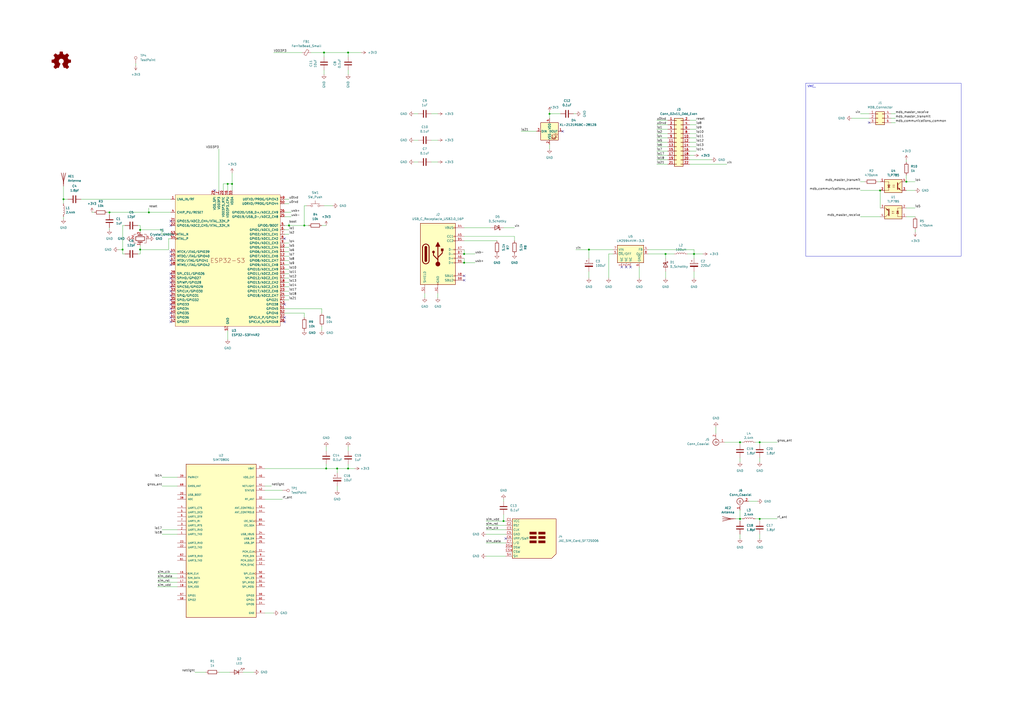
<source format=kicad_sch>
(kicad_sch (version 20250114) (generator "eeschema") (generator_version "9.0")
  (paper "A2")
  (text_box "VMC_" (at 467.36 48.26 0) (size 90.17 100.33) (margins 0.9525 0.9525 0.9525 0.9525) (effects (font (size 1.27 1.27)) (justify left top)))
  (junction (at 189.23 271.78))
  (junction (at 167.64 130.81))
  (junction (at 429.26 300.99))
  (junction (at 176.53 130.81))
  (junction (at 386.08 147.32))
  (junction (at 86.36 123.19))
  (junction (at 269.24 152.4))
  (junction (at 81.28 144.78))
  (junction (at 440.69 256.54))
  (junction (at 429.26 256.54))
  (junction (at 81.28 133.35))
  (junction (at 134.62 106.68))
  (junction (at 510.54 110.49))
  (junction (at 292.1 302.26))
  (junction (at 71.12 144.78))
  (junction (at 341.63 144.78))
  (junction (at 269.24 147.32))
  (junction (at 440.69 300.99))
  (junction (at 201.93 30.48))
  (junction (at 63.5 123.19))
  (junction (at 36.83 115.57))
  (junction (at 195.58 271.78))
  (junction (at 187.96 30.48))
  (junction (at 201.93 271.78))
  (junction (at 402.59 147.32))
  (junction (at 132.08 106.68))
  (junction (at 318.77 66.04))
  (junction (at 525.78 105.41))
  (no_connect (at 269.24 160.02))
  (no_connect (at 99.06 176.53))
  (no_connect (at 504.19 71.12))
  (no_connect (at 269.24 162.56))
  (no_connect (at 99.06 158.75))
  (no_connect (at 99.06 179.07))
  (no_connect (at 365.76 154.94))
  (no_connect (at 99.06 151.13))
  (no_connect (at 99.06 166.37))
  (no_connect (at 99.06 130.81))
  (no_connect (at 326.39 76.2))
  (no_connect (at 99.06 186.69))
  (no_connect (at 99.06 163.83))
  (no_connect (at 99.06 171.45))
  (no_connect (at 124.46 110.49))
  (no_connect (at 99.06 148.59))
  (no_connect (at 99.06 153.67))
  (no_connect (at 99.06 128.27))
  (no_connect (at 99.06 184.15))
  (no_connect (at 99.06 173.99))
  (no_connect (at 165.1 176.53))
  (no_connect (at 360.68 154.94))
  (no_connect (at 293.37 312.42))
  (no_connect (at 165.1 186.69))
  (no_connect (at 99.06 168.91))
  (no_connect (at 363.22 154.94))
  (no_connect (at 165.1 138.43))
  (no_connect (at 99.06 181.61))
  (no_connect (at 99.06 161.29))
  (no_connect (at 99.06 146.05))
  (no_connect (at 165.1 184.15))
  (wire (pts (xy 177.8 119.38) (xy 176.53 119.38)))
  (wire (pts (xy 499.11 110.49) (xy 510.54 110.49)))
  (wire (pts (xy 102.87 335.28) (xy 91.44 335.28)))
  (wire (pts (xy 189.23 271.78) (xy 195.58 271.78)))
  (wire (pts (xy 201.93 269.24) (xy 201.93 271.78)))
  (wire (pts (xy 400.05 90.17) (xy 402.59 90.17)))
  (wire (pts (xy 318.77 64.77) (xy 318.77 66.04)))
  (wire (pts (xy 165.1 179.07) (xy 186.69 179.07)))
  (wire (pts (xy 499.11 105.41) (xy 501.65 105.41)))
  (wire (pts (xy 254 66.04) (xy 250.19 66.04)))
  (wire (pts (xy 254 172.72) (xy 254 170.18)))
  (wire (pts (xy 292.1 289.56) (xy 292.1 290.83)))
  (wire (pts (xy 525.78 110.49) (xy 530.86 110.49)))
  (wire (pts (xy 430.53 256.54) (xy 429.26 256.54)))
  (wire (pts (xy 516.89 71.12) (xy 519.43 71.12)))
  (wire (pts (xy 402.59 149.86) (xy 402.59 147.32)))
  (wire (pts (xy 353.06 147.32) (xy 355.6 147.32)))
  (wire (pts (xy 99.06 135.89) (xy 93.98 135.89)))
  (wire (pts (xy 71.12 147.32) (xy 72.39 147.32)))
  (wire (pts (xy 334.01 66.04) (xy 332.74 66.04)))
  (wire (pts (xy 325.12 66.04) (xy 318.77 66.04)))
  (wire (pts (xy 403.86 77.47) (xy 400.05 77.47)))
  (wire (pts (xy 381 95.25) (xy 387.35 95.25)))
  (wire (pts (xy 415.29 247.65) (xy 415.29 251.46)))
  (wire (pts (xy 269.24 137.16) (xy 298.45 137.16)))
  (wire (pts (xy 402.59 161.29) (xy 402.59 157.48)))
  (wire (pts (xy 530.86 133.35) (xy 530.86 134.62)))
  (wire (pts (xy 438.15 300.99) (xy 440.69 300.99)))
  (wire (pts (xy 36.83 115.57) (xy 39.37 115.57)))
  (wire (pts (xy 341.63 144.78) (xy 355.6 144.78)))
  (wire (pts (xy 195.58 271.78) (xy 201.93 271.78)))
  (wire (pts (xy 165.1 146.05) (xy 167.64 146.05)))
  (wire (pts (xy 80.01 147.32) (xy 81.28 147.32)))
  (wire (pts (xy 403.86 85.09) (xy 400.05 85.09)))
  (wire (pts (xy 165.1 173.99) (xy 167.64 173.99)))
  (wire (pts (xy 318.77 86.36) (xy 318.77 83.82)))
  (wire (pts (xy 113.03 389.89) (xy 119.38 389.89)))
  (wire (pts (xy 63.5 124.46) (xy 63.5 123.19)))
  (wire (pts (xy 293.37 307.34) (xy 281.94 307.34)))
  (wire (pts (xy 302.26 76.2) (xy 311.15 76.2)))
  (wire (pts (xy 189.23 269.24) (xy 189.23 271.78)))
  (wire (pts (xy 80.01 130.81) (xy 81.28 130.81)))
  (wire (pts (xy 201.93 30.48) (xy 201.93 33.02)))
  (wire (pts (xy 403.86 72.39) (xy 400.05 72.39)))
  (wire (pts (xy 158.75 30.48) (xy 175.26 30.48)))
  (wire (pts (xy 86.36 123.19) (xy 99.06 123.19)))
  (wire (pts (xy 440.69 302.26) (xy 440.69 300.99)))
  (wire (pts (xy 165.1 123.19) (xy 168.91 123.19)))
  (wire (pts (xy 334.01 144.78) (xy 341.63 144.78)))
  (wire (pts (xy 157.48 281.94) (xy 153.67 281.94)))
  (wire (pts (xy 97.79 144.78) (xy 97.79 138.43)))
  (wire (pts (xy 127 86.36) (xy 127 110.49)))
  (wire (pts (xy 62.23 123.19) (xy 63.5 123.19)))
  (wire (pts (xy 440.69 300.99) (xy 450.85 300.99)))
  (wire (pts (xy 165.1 163.83) (xy 167.64 163.83)))
  (wire (pts (xy 165.1 135.89) (xy 167.64 135.89)))
  (wire (pts (xy 381 87.63) (xy 387.35 87.63)))
  (wire (pts (xy 165.1 130.81) (xy 167.64 130.81)))
  (wire (pts (xy 167.64 129.54) (xy 167.64 130.81)))
  (wire (pts (xy 71.12 144.78) (xy 71.12 147.32)))
  (wire (pts (xy 165.1 181.61) (xy 176.53 181.61)))
  (wire (pts (xy 402.59 147.32) (xy 398.78 147.32)))
  (wire (pts (xy 391.16 147.32) (xy 386.08 147.32)))
  (wire (pts (xy 81.28 147.32) (xy 81.28 144.78)))
  (wire (pts (xy 176.53 119.38) (xy 176.53 130.81)))
  (wire (pts (xy 187.96 43.18) (xy 187.96 40.64)))
  (wire (pts (xy 412.75 92.71) (xy 400.05 92.71)))
  (wire (pts (xy 201.93 30.48) (xy 187.96 30.48)))
  (wire (pts (xy 63.5 123.19) (xy 86.36 123.19)))
  (wire (pts (xy 318.77 66.04) (xy 318.77 68.58)))
  (wire (pts (xy 403.86 80.01) (xy 400.05 80.01)))
  (wire (pts (xy 36.83 115.57) (xy 36.83 118.11)))
  (wire (pts (xy 246.38 170.18) (xy 246.38 172.72)))
  (wire (pts (xy 403.86 87.63) (xy 400.05 87.63)))
  (wire (pts (xy 132.08 191.77) (xy 132.08 196.85)))
  (wire (pts (xy 381 80.01) (xy 387.35 80.01)))
  (wire (pts (xy 165.1 166.37) (xy 167.64 166.37)))
  (wire (pts (xy 132.08 110.49) (xy 132.08 106.68)))
  (wire (pts (xy 176.53 184.15) (xy 176.53 181.61)))
  (wire (pts (xy 240.03 81.28) (xy 242.57 81.28)))
  (wire (pts (xy 165.1 153.67) (xy 167.64 153.67)))
  (wire (pts (xy 429.26 300.99) (xy 429.26 302.26)))
  (wire (pts (xy 254 81.28) (xy 250.19 81.28)))
  (wire (pts (xy 187.96 30.48) (xy 187.96 33.02)))
  (wire (pts (xy 93.98 135.89) (xy 93.98 133.35)))
  (wire (pts (xy 341.63 149.86) (xy 341.63 144.78)))
  (wire (pts (xy 341.63 161.29) (xy 341.63 157.48)))
  (wire (pts (xy 438.15 256.54) (xy 440.69 256.54)))
  (wire (pts (xy 381 90.17) (xy 387.35 90.17)))
  (wire (pts (xy 36.83 125.73) (xy 36.83 127)))
  (wire (pts (xy 54.61 123.19) (xy 53.34 123.19)))
  (wire (pts (xy 153.67 271.78) (xy 189.23 271.78)))
  (wire (pts (xy 36.83 107.95) (xy 36.83 115.57)))
  (wire (pts (xy 81.28 133.35) (xy 93.98 133.35)))
  (wire (pts (xy 163.83 289.56) (xy 153.67 289.56)))
  (wire (pts (xy 440.69 267.97) (xy 440.69 265.43)))
  (wire (pts (xy 525.78 105.41) (xy 530.86 105.41)))
  (wire (pts (xy 129.54 110.49) (xy 129.54 106.68)))
  (wire (pts (xy 165.1 140.97) (xy 167.64 140.97)))
  (wire (pts (xy 386.08 157.48) (xy 386.08 161.29)))
  (wire (pts (xy 381 85.09) (xy 387.35 85.09)))
  (wire (pts (xy 195.58 284.48) (xy 195.58 281.94)))
  (wire (pts (xy 426.72 300.99) (xy 429.26 300.99)))
  (wire (pts (xy 402.59 144.78) (xy 402.59 147.32)))
  (wire (pts (xy 386.08 149.86) (xy 386.08 147.32)))
  (wire (pts (xy 430.53 300.99) (xy 429.26 300.99)))
  (wire (pts (xy 186.69 189.23) (xy 186.69 191.77)))
  (wire (pts (xy 381 72.39) (xy 387.35 72.39)))
  (wire (pts (xy 63.5 133.35) (xy 63.5 132.08)))
  (wire (pts (xy 254 93.98) (xy 250.19 93.98)))
  (wire (pts (xy 403.86 69.85) (xy 400.05 69.85)))
  (wire (pts (xy 240.03 93.98) (xy 242.57 93.98)))
  (wire (pts (xy 375.92 144.78) (xy 402.59 144.78)))
  (wire (pts (xy 186.69 130.81) (xy 189.23 130.81)))
  (wire (pts (xy 71.12 130.81) (xy 71.12 144.78)))
  (wire (pts (xy 292.1 298.45) (xy 292.1 302.26)))
  (wire (pts (xy 353.06 161.29) (xy 353.06 147.32)))
  (wire (pts (xy 134.62 100.33) (xy 134.62 106.68)))
  (wire (pts (xy 381 77.47) (xy 387.35 77.47)))
  (wire (pts (xy 187.96 119.38) (xy 193.04 119.38)))
  (wire (pts (xy 134.62 106.68) (xy 134.62 110.49)))
  (wire (pts (xy 165.1 168.91) (xy 167.64 168.91)))
  (wire (pts (xy 167.64 158.75) (xy 165.1 158.75)))
  (wire (pts (xy 381 82.55) (xy 387.35 82.55)))
  (wire (pts (xy 201.93 259.08) (xy 201.93 261.62)))
  (wire (pts (xy 370.84 161.29) (xy 370.84 154.94)))
  (wire (pts (xy 293.37 309.88) (xy 281.94 309.88)))
  (wire (pts (xy 429.26 267.97) (xy 429.26 265.43)))
  (wire (pts (xy 407.67 147.32) (xy 402.59 147.32)))
  (wire (pts (xy 269.24 139.7) (xy 288.29 139.7)))
  (wire (pts (xy 179.07 130.81) (xy 176.53 130.81)))
  (wire (pts (xy 403.86 82.55) (xy 400.05 82.55)))
  (wire (pts (xy 516.89 68.58) (xy 519.43 68.58)))
  (wire (pts (xy 209.55 30.48) (xy 201.93 30.48)))
  (wire (pts (xy 81.28 134.62) (xy 81.28 133.35)))
  (wire (pts (xy 421.64 95.25) (xy 400.05 95.25)))
  (wire (pts (xy 403.86 74.93) (xy 400.05 74.93)))
  (wire (pts (xy 81.28 144.78) (xy 81.28 142.24)))
  (wire (pts (xy 439.42 290.83) (xy 434.34 290.83)))
  (wire (pts (xy 201.93 43.18) (xy 201.93 40.64)))
  (wire (pts (xy 167.64 130.81) (xy 176.53 130.81)))
  (wire (pts (xy 381 92.71) (xy 387.35 92.71)))
  (wire (pts (xy 269.24 149.86) (xy 269.24 152.4)))
  (wire (pts (xy 93.98 281.94) (xy 102.87 281.94)))
  (wire (pts (xy 165.1 133.35) (xy 167.64 133.35)))
  (wire (pts (xy 499.11 66.04) (xy 504.19 66.04)))
  (wire (pts (xy 163.83 284.48) (xy 153.67 284.48)))
  (wire (pts (xy 165.1 156.21) (xy 167.64 156.21)))
  (wire (pts (xy 429.26 295.91) (xy 429.26 300.99)))
  (wire (pts (xy 381 74.93) (xy 387.35 74.93)))
  (wire (pts (xy 281.94 322.58) (xy 293.37 322.58)))
  (wire (pts (xy 525.78 120.65) (xy 530.86 120.65)))
  (wire (pts (xy 292.1 302.26) (xy 281.94 302.26)))
  (wire (pts (xy 189.23 259.08) (xy 189.23 261.62)))
  (wire (pts (xy 269.24 147.32) (xy 275.59 147.32)))
  (wire (pts (xy 147.32 389.89) (xy 140.97 389.89)))
  (wire (pts (xy 165.1 171.45) (xy 167.64 171.45)))
  (wire (pts (xy 494.03 68.58) (xy 504.19 68.58)))
  (wire (pts (xy 293.37 304.8) (xy 281.94 304.8)))
  (wire (pts (xy 499.11 125.73) (xy 510.54 125.73)))
  (wire (pts (xy 440.69 257.81) (xy 440.69 256.54)))
  (wire (pts (xy 133.35 389.89) (xy 127 389.89)))
  (wire (pts (xy 429.26 312.42) (xy 429.26 309.88)))
  (wire (pts (xy 187.96 30.48) (xy 180.34 30.48)))
  (wire (pts (xy 91.44 332.74) (xy 102.87 332.74)))
  (wire (pts (xy 97.79 138.43) (xy 99.06 138.43)))
  (wire (pts (xy 292.1 132.08) (xy 298.45 132.08)))
  (wire (pts (xy 102.87 337.82) (xy 91.44 337.82)))
  (wire (pts (xy 102.87 340.36) (xy 91.44 340.36)))
  (wire (pts (xy 165.1 151.13) (xy 167.64 151.13)))
  (wire (pts (xy 509.27 105.41) (xy 510.54 105.41)))
  (wire (pts (xy 429.26 256.54) (xy 429.26 257.81)))
  (wire (pts (xy 440.69 256.54) (xy 450.85 256.54)))
  (wire (pts (xy 525.78 92.71) (xy 525.78 93.98)))
  (wire (pts (xy 71.12 130.81) (xy 72.39 130.81)))
  (wire (pts (xy 165.1 148.59) (xy 167.64 148.59)))
  (wire (pts (xy 420.37 256.54) (xy 429.26 256.54)))
  (wire (pts (xy 293.37 314.96) (xy 281.94 314.96)))
  (wire (pts (xy 165.1 115.57) (xy 167.64 115.57)))
  (wire (pts (xy 186.69 179.07) (xy 186.69 181.61)))
  (wire (pts (xy 93.98 276.86) (xy 102.87 276.86)))
  (wire (pts (xy 81.28 144.78) (xy 97.79 144.78)))
  (wire (pts (xy 386.08 147.32) (xy 375.92 147.32)))
  (wire (pts (xy 525.78 101.6) (xy 525.78 105.41)))
  (wire (pts (xy 165.1 161.29) (xy 167.64 161.29)))
  (wire (pts (xy 81.28 130.81) (xy 81.28 133.35)))
  (wire (pts (xy 129.54 106.68) (xy 132.08 106.68)))
  (wire (pts (xy 165.1 143.51) (xy 167.64 143.51)))
  (wire (pts (xy 440.69 312.42) (xy 440.69 309.88)))
  (wire (pts (xy 165.1 118.11) (xy 167.64 118.11)))
  (wire (pts (xy 516.89 66.04) (xy 519.43 66.04)))
  (wire (pts (xy 46.99 115.57) (xy 99.06 115.57)))
  (wire (pts (xy 78.74 38.1) (xy 78.74 36.83)))
  (wire (pts (xy 86.36 120.65) (xy 86.36 123.19)))
  (wire (pts (xy 93.98 307.34) (xy 102.87 307.34)))
  (wire (pts (xy 269.24 144.78) (xy 269.24 147.32)))
  (wire (pts (xy 293.37 302.26) (xy 292.1 302.26)))
  (wire (pts (xy 381 69.85) (xy 387.35 69.85)))
  (wire (pts (xy 510.54 110.49) (xy 510.54 120.65)))
  (wire (pts (xy 269.24 132.08) (xy 284.48 132.08)))
  (wire (pts (xy 240.03 66.04) (xy 242.57 66.04)))
  (wire (pts (xy 68.58 144.78) (xy 71.12 144.78)))
  (wire (pts (xy 269.24 152.4) (xy 275.59 152.4)))
  (wire (pts (xy 298.45 137.16) (xy 298.45 139.7)))
  (wire (pts (xy 201.93 271.78) (xy 205.74 271.78)))
  (wire (pts (xy 525.78 125.73) (xy 530.86 125.73)))
  (wire (pts (xy 195.58 274.32) (xy 195.58 271.78)))
  (wire (pts (xy 132.08 106.68) (xy 134.62 106.68)))
  (wire (pts (xy 93.98 309.88) (xy 102.87 309.88)))
  (wire (pts (xy 165.1 125.73) (xy 168.91 125.73)))
  (wire (pts (xy 158.75 355.6) (xy 153.67 355.6)))
  (label "u0txd" (at 167.64 115.57 0))
  (label "reset" (at 86.36 120.65 0))
  (label "io18" (at 381 92.71 0))
  (label "usb+" (at 168.91 123.19 0))
  (label "sim_vdd" (at 91.44 340.36 0))
  (label "vin" (at 334.01 144.78 0))
  (label "io14" (at 93.98 276.86 180))
  (label "vin" (at 298.45 132.08 0))
  (label "io1" (at 381 74.93 0))
  (label "io21" (at 302.26 76.2 0))
  (label "usb+" (at 275.59 152.4 0))
  (label "VDD3P3" (at 127 86.36 180))
  (label "reset" (at 403.86 69.85 0))
  (label "boot" (at 167.64 129.54 0))
  (label "sim_rst" (at 91.44 337.82 0))
  (label "io5" (at 381 82.55 0))
  (label "io7" (at 381 87.63 0))
  (label "io5" (at 530.86 120.65 0))
  (label "usb-" (at 168.91 125.73 0))
  (label "io9" (at 167.64 153.67 0))
  (label "sim_clk" (at 91.44 332.74 0))
  (label "io18" (at 93.98 309.88 180))
  (label "io2" (at 167.64 135.89 0))
  (label "io14" (at 403.86 87.63 0))
  (label "usb-" (at 275.59 147.32 0))
  (label "io17" (at 381 90.17 0))
  (label "io1" (at 167.64 133.35 0))
  (label "io12" (at 167.64 161.29 0))
  (label "mdb_master_receive" (at 499.11 125.73 180))
  (label "io17" (at 93.98 307.34 180))
  (label "io13" (at 167.64 163.83 0))
  (label "mdb_master_transmit" (at 499.11 105.41 180))
  (label "sim_rst" (at 281.94 304.8 0))
  (label "io14" (at 167.64 166.37 0))
  (label "io4" (at 381 80.01 0))
  (label "sim_clk" (at 281.94 307.34 0))
  (label "mdb_master_receive" (at 519.43 66.04 0))
  (label "mdb_communications_common" (at 519.43 71.12 0))
  (label "io12" (at 403.86 82.55 0))
  (label "io10" (at 167.64 156.21 0))
  (label "io6" (at 167.64 146.05 0))
  (label "u0rxd" (at 167.64 118.11 0))
  (label "gnss_ant" (at 93.98 281.94 180))
  (label "io8" (at 167.64 151.13 0))
  (label "io6" (at 381 85.09 0))
  (label "io2" (at 381 77.47 0))
  (label "io4" (at 167.64 140.97 0))
  (label "io11" (at 167.64 158.75 0))
  (label "sim_data" (at 91.44 335.28 0))
  (label "VDD3P3" (at 158.75 30.48 0))
  (label "io11" (at 403.86 80.01 0))
  (label "sim_data" (at 281.94 314.96 0))
  (label "io21" (at 167.64 173.99 0))
  (label "io4" (at 530.86 105.41 0))
  (label "io18" (at 167.64 171.45 0))
  (label "io7" (at 167.64 148.59 0))
  (label "io10" (at 403.86 77.47 0))
  (label "io5" (at 167.64 143.51 0))
  (label "mdb_master_transmit" (at 519.43 68.58 0))
  (label "io17" (at 167.64 168.91 0))
  (label "netlight" (at 113.03 389.89 180))
  (label "u0txd" (at 381 69.85 0))
  (label "io21" (at 381 95.25 0))
  (label "io9" (at 403.86 74.93 0))
  (label "u0rxd" (at 381 72.39 0))
  (label "io13" (at 403.86 85.09 0))
  (label "sim_vdd" (at 281.94 302.26 0))
  (label "vin" (at 499.11 66.04 180))
  (label "rf_ant" (at 163.83 289.56 0))
  (label "vin" (at 421.64 95.25 0))
  (label "rf_ant" (at 450.85 300.99 0))
  (label "mdb_communications_common" (at 499.11 110.49 180))
  (label "netlight" (at 157.48 281.94 0))
  (label "io8" (at 403.86 72.39 0))
  (label "gnss_ant" (at 450.85 256.54 0))
  (symbol (lib_id "power:GND") (at 439.42 290.83 90) (unit 1)
    (property "Reference" "#PWR056" (effects (hide yes)))
    (property "Value" "GND" (at 443.23 290.8299 90) (effects (justify right)))
  )
  (symbol (lib_id "power:GND") (at 132.08 196.85 0) (unit 1)
    (property "Reference" "#PWR026" (effects (hide yes)))
    (property "Value" "GND" (at 132.08 201.93 0))
  )
  (symbol (lib_id "power:+3V3") (at 525.78 92.71 0) (unit 1)
    (property "Reference" "#PWR012" (effects (hide yes)))
    (property "Value" "+3V3" (at 525.78 87.63 0))
  )
  (symbol (lib_id "power:+3V3") (at 402.59 90.17 270) (unit 1)
    (property "Reference" "#PWR030" (effects (hide yes)))
    (property "Value" "+3V3" (at 406.4 90.17 90) (effects (justify left)))
  )
  (symbol (lib_id "power:+3V3") (at 530.86 134.62 180) (unit 1)
    (property "Reference" "#PWR019" (effects (hide yes)))
    (property "Value" "+3V3" (at 530.86 139.7 0))
  )
  (symbol (lib_id "power:GND") (at 412.75 92.71 90) (unit 1)
    (property "Reference" "#PWR033" (effects (hide yes)))
    (property "Value" "GND" (at 416.56 92.71 90) (effects (justify right)))
  )
  (symbol (lib_id "Device:C") (at 201.93 36.83 180) (unit 1)
    (property "Reference" "C8" (at 194.31 36.83 90))
    (property "Value" "0.1uF" (at 196.85 36.83 90))
    (property "Footprint" "Capacitor_SMD:C_0603_1608Metric" (effects (hide yes)))
    (property "LCSC#" "C5137636" (effects (hide yes)))
  )
  (symbol (lib_id "power:+3V3") (at 318.77 64.77 0) (unit 1)
    (property "Reference" "#PWR035" (effects (hide yes)))
    (property "Value" "+3V3" (at 318.77 62.23 0) (effects (justify left)))
  )
  (symbol (lib_id "power:GND") (at 334.01 66.04 90) (unit 1)
    (property "Reference" "#PWR029" (effects (hide yes)))
    (property "Value" "GND" (at 339.09 66.04 0))
  )
  (symbol (lib_id "Isolator:TLP785") (at 518.16 107.95 0) (unit 1)
    (property "Reference" "U4" (at 518.16 99.06 0))
    (property "Value" "TLP785" (at 518.16 101.6 0))
    (property "Footprint" "Package_SO:SOP-4_3.8x4.1mm_P2.54mm" (effects (hide yes)))
    (property "Datasheet" "https://toshiba.semicon-storage.com/info/docget.jsp?did=10569&prodName=TLP785" (effects (hide yes)))
    (property "Description" "DC Optocoupler, Vce 80V, CTR 50-200%, DIP4" (effects (hide yes)))
    (property "LCSC#" "C128776" (effects (hide yes)))
  )
  (symbol (lib_id "Connector:JAE_SIM_Card_SF72S006") (at 293.37 312.42 0) (unit 1)
    (property "Reference" "J4" (at 323.85 311.1499 0) (effects (justify left)))
    (property "Value" "JAE_SIM_Card_SF72S006" (at 323.85 313.6899 0) (effects (justify left)))
    (property "Footprint" "Connector_JAE:JAE_SIM_Card_SF72S006" (effects (hide yes)))
    (property "Datasheet" "https://www.jae.com/direct/topics/topics_file_download/topics_id=68892&ext_no=06&index=0&_lang=en&v=202003111511468456809" (effects (hide yes)))
    (property "Description" "Nano-SIM Card (4FF) connector with Detect Switch" (effects (hide yes)))
    (property "LCSC#" "C2977286" (effects (hide yes)))
  )
  (symbol (lib_id "Graphic:Logo_Open_Hardware_Small") (at 35.56 35.56 0) (unit 1) (exclude_from_sim yes) (in_bom no) (on_board no)
    (property "Reference" "#SYM2" (effects (hide yes)))
    (property "Value" "Logo_Open_Hardware_Small" (effects (hide yes)))
    (property "Footprint" "Symbol:OSHW-Logo2_14.6x12mm_SilkScreen" (effects (hide yes)))
    (property "Description" "Open Hardware logo, small" (effects (hide yes)))
  )
  (symbol (lib_id "Device:L") (at 434.34 256.54 90) (unit 1)
    (property "Reference" "L4" (at 434.34 251.46 90))
    (property "Value" "2.4nh" (at 434.34 254 90))
    (property "Footprint" "Inductor_SMD:L_0603_1608Metric" (effects (hide yes)))
    (property "LCSC#" "C2042508" (effects (hide yes)))
  )
  (symbol (lib_id "Device:C") (at 189.23 265.43 180) (unit 1)
    (property "Reference" "C14" (at 193.04 264.1599 0) (effects (justify right)))
    (property "Value" "0.1uF" (at 193.04 266.6999 0) (effects (justify right)))
    (property "Footprint" "Capacitor_SMD:C_0603_1608Metric" (effects (hide yes)))
    (property "LCSC#" "C5137636" (effects (hide yes)))
  )
  (symbol (lib_id "Device:R") (at 530.86 129.54 180) (unit 1)
    (property "Reference" "R5" (at 533.4 128.2699 0) (effects (justify right)))
    (property "Value" "470ohm" (at 533.4 130.8099 0) (effects (justify right)))
    (property "Footprint" "Resistor_SMD:R_0603_1608Metric" (effects (hide yes)))
    (property "Description" "Resistor" (effects (hide yes)))
    (property "LCSC#" "C114669" (effects (hide yes)))
  )
  (symbol (lib_id "power:+3V3") (at 254 81.28 270) (unit 1)
    (property "Reference" "#PWR039" (effects (hide yes)))
    (property "Value" "+3V3" (at 257.81 81.2799 90) (effects (justify left)))
  )
  (symbol (lib_id "power:GND") (at 86.36 138.43 90) (unit 1)
    (property "Reference" "#PWR05" (effects (hide yes)))
    (property "Value" "GND" (at 90.17 138.4299 90) (effects (justify right)))
  )
  (symbol (lib_id "power:GND") (at 370.84 161.29 0) (unit 1)
    (property "Reference" "#PWR08" (effects (hide yes)))
    (property "Value" "GND" (at 370.84 166.37 0))
  )
  (symbol (lib_id "Switch:SW_Push") (at 182.88 119.38 0) (unit 1)
    (property "Reference" "SW1" (at 182.88 111.76 0))
    (property "Value" "SW_Push" (at 182.88 114.3 0))
    (property "Footprint" "Button_Switch_SMD:SW_Tactile_SPST_NO_Straight_CK_PTS636Sx25SMTRLFS" (effects (hide yes)))
    (property "LCSC#" "C42435421" (effects (hide yes)))
  )
  (symbol (lib_id "power:+3V3") (at 189.23 130.81 0) (unit 1)
    (property "Reference" "#PWR017" (effects (hide yes)))
    (property "Value" "+3V3" (at 189.23 125.73 0))
  )
  (symbol (lib_id "LED:WS2812B-2020") (at 318.77 76.2 0) (unit 1)
    (property "Reference" "D4" (at 332.74 69.7798 0))
    (property "Value" "XL-2121RGBC-2812B" (at 335.28 72.39 0))
    (property "Footprint" "LED_SMD:LED_WS2812B-2020_PLCC4_2.0x2.0mm" (effects (hide yes)))
    (property "Datasheet" "https://cdn-shop.adafruit.com/product-files/4684/4684_WS2812B-2020_V1.3_EN.pdf" (effects (hide yes)))
    (property "Description" "RGB LED with integrated controller, 2.0 x 2.0 mm, 12 mA" (effects (hide yes)))
    (property "LCSC#" "C5349957" (effects (hide yes)))
  )
  (symbol (lib_id "power:GND") (at 63.5 133.35 0) (unit 1)
    (property "Reference" "#PWR06" (effects (hide yes)))
    (property "Value" "GND" (at 63.5 138.43 0))
  )
  (symbol (lib_id "Device:C") (at 440.69 306.07 180) (unit 1)
    (property "Reference" "C17" (at 444.5 304.7999 0) (effects (justify right)))
    (property "Value" "1.8pf" (at 444.5 307.3399 0) (effects (justify right)))
    (property "Footprint" "Capacitor_SMD:C_0603_1608Metric" (effects (hide yes)))
    (property "LCSC#" "C376773" (effects (hide yes)))
  )
  (symbol (lib_id "power:+3V3") (at 53.34 123.19 0) (unit 1)
    (property "Reference" "#PWR014" (effects (hide yes)))
    (property "Value" "+3V3" (at 53.34 118.11 0))
  )
  (symbol (lib_id "power:GND") (at 281.94 309.88 270) (unit 1)
    (property "Reference" "#PWR043" (effects (hide yes)))
    (property "Value" "GND" (at 278.13 309.8799 90) (effects (justify right)))
  )
  (symbol (lib_id "Device:R") (at 123.19 389.89 90) (unit 1)
    (property "Reference" "R1" (at 123.19 383.54 90))
    (property "Value" "1k" (at 123.19 386.08 90))
    (property "Footprint" "Resistor_SMD:R_0603_1608Metric" (effects (hide yes)))
    (property "LCSC#" "C2907113" (effects (hide yes)))
  )
  (symbol (lib_id "power:GND") (at 530.86 110.49 90) (unit 1)
    (property "Reference" "#PWR016" (effects (hide yes)))
    (property "Value" "GND" (at 534.67 110.4899 90) (effects (justify right)))
  )
  (symbol (lib_id "Connector:USB_C_Receptacle_USB2.0_16P") (at 254 147.32 0) (unit 1)
    (property "Reference" "J2" (at 254 124.46 0))
    (property "Value" "USB_C_Receptacle_USB2.0_16P" (at 254 127 0))
    (property "Footprint" "Connector_USB:USB_C_Receptacle_G-Switch_GT-USB-7010ASV" (effects (hide yes)))
    (property "Datasheet" "https://www.usb.org/sites/default/files/documents/usb_type-c.zip" (effects (hide yes)))
    (property "Description" "USB 2.0-only 16P Type-C Receptacle connector" (effects (hide yes)))
    (property "LCSC#" "C2988369" (effects (hide yes)))
  )
  (symbol (lib_id "Device:C") (at 201.93 265.43 180) (unit 1)
    (property "Reference" "C15" (at 205.74 264.1599 0) (effects (justify right)))
    (property "Value" "1uF" (at 205.74 266.6999 0) (effects (justify right)))
    (property "Footprint" "Capacitor_SMD:C_0603_1608Metric" (effects (hide yes)))
    (property "LCSC#" "C6119849" (effects (hide yes)))
  )
  (symbol (lib_id "Connector_Generic:Conn_02x11_Odd_Even") (at 392.43 82.55 0) (unit 1)
    (property "Reference" "J3" (at 393.7 63.5 0))
    (property "Value" "Conn_02x11_Odd_Even" (at 393.7 66.04 0))
    (property "Footprint" "Connector_PinHeader_2.54mm:PinHeader_2x11_P2.54mm_Vertical" (effects (hide yes)))
    (property "Description" "Generic connector, double row, 02x11, odd/even pin numbering scheme (row 1 odd numbers, row 2 even numbers), script generated (kicad-library-utils/schlib/autogen/connector/)" (effects (hide yes)))
    (property "LCSC#" "C41375952" (effects (hide yes)))
  )
  (symbol (lib_id "SIM7080g:SIM7080G") (at 128.27 312.42 0) (unit 1)
    (property "Reference" "U2" (at 128.27 264.16 0))
    (property "Value" "SIM7080G" (at 128.27 266.7 0))
    (property "Footprint" "SIM7080G:XCVR_SIM7080G" (effects (hide yes)))
    (property "MF" "SIMCom" (effects (hide yes)))
    (property "MAXIMUM_PACKAGE_HEIGHT" "2.6 mm" (effects (hide yes)))
    (property "Package" "Package" (effects (hide yes)))
    (property "Price" "None" (effects (hide yes)))
    (property "Check_prices" "https://www.snapeda.com/parts/SIM7080G/SIMCom/view-part/?ref=eda" (effects (hide yes)))
    (property "STANDARD" "Manufacturer Recommendation" (effects (hide yes)))
    (property "PARTREV" "1.04" (effects (hide yes)))
    (property "SnapEDA_Link" "https://www.snapeda.com/parts/SIM7080G/SIMCom/view-part/?ref=snap" (effects (hide yes)))
    (property "MP" "SIM7080G" (effects (hide yes)))
    (property "Description_1" "Cellular, Navigation Galileo, GLONASS, GPS, GNSS, LTE Transceiver Module 1.559GHz ~ 1.576GHz, 1.575GHz ~ 1.576GHz, 1.574GHz ~ 1.606GHz, 1.598GHz ~ 1.563GHz Antenna Not Included Surface Mount" (effects (hide yes)))
    (property "Availability" "In Stock" (effects (hide yes)))
    (property "MANUFACTURER" "SIMCOM" (effects (hide yes)))
  )
  (symbol (lib_id "power:+3V3") (at 134.62 100.33 0) (unit 1)
    (property "Reference" "#PWR011" (effects (hide yes)))
    (property "Value" "+3V3" (at 134.62 95.25 0))
  )
  (symbol (lib_id "power:+3V3") (at 254 93.98 270) (unit 1)
    (property "Reference" "#PWR020" (effects (hide yes)))
    (property "Value" "+3V3" (at 257.81 93.9799 90) (effects (justify left)))
  )
  (symbol (lib_id "Device:R") (at 298.45 143.51 0) (unit 1)
    (property "Reference" "R8" (at 304.8 143.51 90))
    (property "Value" "5.1k" (at 302.26 143.51 90))
    (property "Footprint" "Resistor_SMD:R_0603_1608Metric" (effects (hide yes)))
    (property "LCSC#" "C394543" (effects (hide yes)))
  )
  (symbol (lib_id "power:GND") (at 189.23 259.08 180) (unit 1)
    (property "Reference" "#PWR049" (effects (hide yes)))
    (property "Value" "GND" (at 189.23 254 0))
  )
  (symbol (lib_id "power:GND") (at 36.83 127 0) (unit 1)
    (property "Reference" "#PWR015" (effects (hide yes)))
    (property "Value" "GND" (at 36.83 132.08 0))
  )
  (symbol (lib_id "Device:LED") (at 137.16 389.89 180) (unit 1)
    (property "Reference" "D2" (at 138.7475 382.27 0))
    (property "Value" "LED" (at 138.7475 384.81 0))
    (property "Footprint" "LED_SMD:LED_0603_1608Metric" (effects (hide yes)))
    (property "Description" "Light emitting diode" (effects (hide yes)))
    (property "Sim.Pins" "1=K 2=A" (effects (hide yes)))
  )
  (symbol (lib_id "power:GND") (at 429.26 312.42 0) (unit 1)
    (property "Reference" "#PWR051" (effects (hide yes)))
    (property "Value" "GND" (at 429.26 317.5 0))
  )
  (symbol (lib_id "Device:R") (at 182.88 130.81 90) (unit 1)
    (property "Reference" "R4" (at 182.88 124.46 90))
    (property "Value" "10k" (at 182.88 127 90))
    (property "Footprint" "Resistor_SMD:R_0603_1608Metric" (effects (hide yes)))
    (property "LCSC#" "C98220" (effects (hide yes)))
  )
  (symbol (lib_id "Device:C") (at 429.26 306.07 180) (unit 1)
    (property "Reference" "C18" (at 433.07 304.7999 0) (effects (justify right)))
    (property "Value" "1.8pf" (at 433.07 307.3399 0) (effects (justify right)))
    (property "Footprint" "Capacitor_SMD:C_0603_1608Metric" (effects (hide yes)))
    (property "LCSC#" "C376773" (effects (hide yes)))
  )
  (symbol (lib_id "power:GND") (at 186.69 191.77 0) (unit 1)
    (property "Reference" "#PWR025" (effects (hide yes)))
    (property "Value" "GND" (at 189.23 193.04 0) (effects (justify left)))
  )
  (symbol (lib_id "Regulator_Switching:LM2594HVM-3.3") (at 365.76 147.32 0) (unit 1)
    (property "Reference" "U5" (at 365.76 137.16 0))
    (property "Value" "LM2594HVM-3.3" (at 365.76 139.7 0))
    (property "Footprint" "Package_SO:SOIC-8_3.9x4.9mm_P1.27mm" (effects (hide yes)))
    (property "Datasheet" "http://www.ti.com/lit/ds/symlink/lm2594.pdf" (effects (hide yes)))
    (property "Description" "3.3V, 0.5A SIMPLE SWITCHER® Step-Down Voltage Regulator, Maximum VIN 60V, SOIC-8" (effects (hide yes)))
    (property "LCSC#" "C18057294" (effects (hide yes)))
  )
  (symbol (lib_id "Device:R") (at 288.29 143.51 0) (unit 1)
    (property "Reference" "R7" (at 294.64 143.51 90))
    (property "Value" "5.1k" (at 292.1 143.51 90))
    (property "Footprint" "Resistor_SMD:R_0603_1608Metric" (effects (hide yes)))
    (property "LCSC#" "C394543" (effects (hide yes)))
  )
  (symbol (lib_id "Device:C") (at 63.5 128.27 0) (unit 1)
    (property "Reference" "C1" (at 67.31 126.9999 0) (effects (justify left)))
    (property "Value" "1uF" (at 67.31 129.5399 0) (effects (justify left)))
    (property "Footprint" "Capacitor_SMD:C_0603_1608Metric" (effects (hide yes)))
    (property "LCSC#" "C6119849" (effects (hide yes)))
  )
  (symbol (lib_id "power:GND") (at 288.29 147.32 0) (unit 1)
    (property "Reference" "#PWR022" (effects (hide yes)))
    (property "Value" "GND" (at 288.29 152.4 0))
  )
  (symbol (lib_id "Device:C") (at 187.96 36.83 180) (unit 1)
    (property "Reference" "C11" (at 180.34 36.83 90))
    (property "Value" "10uF" (at 182.88 36.83 90))
    (property "Footprint" "Capacitor_SMD:C_0603_1608Metric" (effects (hide yes)))
    (property "LCSC#" "C6119864" (effects (hide yes)))
  )
  (symbol (lib_id "Device:C") (at 76.2 147.32 90) (unit 1)
    (property "Reference" "C6" (at 76.2 139.7 90))
    (property "Value" "12pF" (at 76.2 142.24 90))
    (property "Footprint" "Capacitor_SMD:C_0603_1608Metric" (effects (hide yes)))
    (property "LCSC#" "C363546" (effects (hide yes)))
  )
  (symbol (lib_id "Device:R") (at 525.78 97.79 0) (unit 1)
    (property "Reference" "R10" (at 528.32 96.5199 0) (effects (justify left)))
    (property "Value" "1k" (at 528.32 99.0599 0) (effects (justify left)))
    (property "Footprint" "Resistor_SMD:R_0603_1608Metric" (effects (hide yes)))
    (property "LCSC#" "C2907113" (effects (hide yes)))
  )
  (symbol (lib_id "Connector:TestPoint") (at 78.74 36.83 0) (unit 1)
    (property "Reference" "TP4" (at 81.28 32.2579 0) (effects (justify left)))
    (property "Value" "TestPoint" (at 81.28 34.7979 0) (effects (justify left)))
    (property "Footprint" "TestPoint:TestPoint_Pad_D1.0mm" (effects (hide yes)))
    (property "Description" "test point" (effects (hide yes)))
  )
  (symbol (lib_id "power:GND") (at 298.45 147.32 0) (unit 1)
    (property "Reference" "#PWR023" (effects (hide yes)))
    (property "Value" "GND" (at 298.45 152.4 0))
  )
  (symbol (lib_id "power:GND") (at 158.75 355.6 90) (unit 1)
    (property "Reference" "#PWR031" (effects (hide yes)))
    (property "Value" "GND" (at 162.56 355.5999 90) (effects (justify right)))
  )
  (symbol (lib_id "power:GND") (at 440.69 312.42 0) (unit 1)
    (property "Reference" "#PWR052" (effects (hide yes)))
    (property "Value" "GND" (at 440.69 317.5 0))
  )
  (symbol (lib_id "power:+3V3") (at 209.55 30.48 270) (unit 1)
    (property "Reference" "#PWR07" (effects (hide yes)))
    (property "Value" "+3V3" (at 213.36 30.4799 90) (effects (justify left)))
  )
  (symbol (lib_id "Device:C_Polarized") (at 195.58 278.13 0) (unit 1)
    (property "Reference" "C16" (at 199.39 275.9709 0) (effects (justify left)))
    (property "Value" "10uF" (at 199.39 278.5109 0) (effects (justify left)))
    (property "Footprint" "Capacitor_Tantalum_SMD:CP_EIA-3528-21_Kemet-B" (effects (hide yes)))
    (property "Description" "Polarized capacitor" (effects (hide yes)))
    (property "LCSC#" "C30242" (effects (hide yes)))
  )
  (symbol (lib_id "Device:C_Polarized") (at 402.59 153.67 0) (unit 1)
    (property "Reference" "C2" (at 406.4 151.5109 0) (effects (justify left)))
    (property "Value" "220uF" (at 406.4 154.0509 0) (effects (justify left)))
    (property "Footprint" "Capacitor_Tantalum_SMD:CP_EIA-3528-21_Kemet-B" (effects (hide yes)))
    (property "Description" "Polarized capacitor" (effects (hide yes)))
    (property "LCSC#" "C30242" (effects (hide yes)))
  )
  (symbol (lib_id "power:+3V3") (at 254 66.04 270) (unit 1)
    (property "Reference" "#PWR037" (effects (hide yes)))
    (property "Value" "+3V3" (at 257.81 66.0399 90) (effects (justify left)))
  )
  (symbol (lib_id "Connector:Conn_Coaxial") (at 429.26 290.83 90) (unit 1)
    (property "Reference" "J6" (at 429.5532 284.48 90))
    (property "Value" "Conn_Coaxial" (at 429.5532 287.02 90))
    (property "Footprint" "Connector_Coaxial:U.FL_Hirose_U.FL-R-SMT-1_Vertical" (effects (hide yes)))
    (property "Description" "coaxial connector (BNC, SMA, SMB, SMC, Cinch/RCA, LEMO, ...)" (effects (hide yes)))
  )
  (symbol (lib_id "power:+3V3") (at 407.67 147.32 270) (unit 1)
    (property "Reference" "#PWR041" (effects (hide yes)))
    (property "Value" "+3V3" (at 411.48 147.3199 90) (effects (justify left)))
  )
  (symbol (lib_id "Isolator:TLP785") (at 518.16 123.19 180) (unit 1)
    (property "Reference" "U1" (at 518.16 114.3 0))
    (property "Value" "TLP785" (at 518.16 116.84 0))
    (property "Footprint" "Package_SO:SOP-4_3.8x4.1mm_P2.54mm" (effects (hide yes)))
    (property "Datasheet" "https://toshiba.semicon-storage.com/info/docget.jsp?did=10569&prodName=TLP785" (effects (hide yes)))
    (property "Description" "DC Optocoupler, Vce 80V, CTR 50-200%, DIP4" (effects (hide yes)))
    (property "LCSC#" "C128776" (effects (hide yes)))
  )
  (symbol (lib_id "power:GND") (at 494.03 68.58 270) (unit 1)
    (property "Reference" "#PWR04" (effects (hide yes)))
    (property "Value" "GND" (at 490.22 68.5799 90) (effects (justify right)))
  )
  (symbol (lib_id "Device:R") (at 176.53 187.96 0) (unit 1)
    (property "Reference" "R9" (at 179.07 186.69 0) (effects (justify left)))
    (property "Value" "10k" (at 179.07 189.23 0) (effects (justify left)))
    (property "Footprint" "Resistor_SMD:R_0603_1608Metric" (effects (hide yes)))
    (property "LCSC#" "C98220" (effects (hide yes)))
  )
  (symbol (lib_id "power:GND") (at 240.03 66.04 270) (unit 1)
    (property "Reference" "#PWR036" (effects (hide yes)))
    (property "Value" "GND" (at 236.22 66.0399 90) (effects (justify right)))
  )
  (symbol (lib_id "Device:C") (at 246.38 93.98 90) (unit 1)
    (property "Reference" "C7" (at 246.38 86.36 90))
    (property "Value" "0.1uF" (at 246.38 88.9 90))
    (property "Footprint" "Capacitor_SMD:C_0603_1608Metric" (effects (hide yes)))
    (property "LCSC#" "C5137636" (effects (hide yes)))
  )
  (symbol (lib_id "power:GND") (at 440.69 267.97 0) (unit 1)
    (property "Reference" "#PWR054" (effects (hide yes)))
    (property "Value" "GND" (at 440.69 273.05 0))
  )
  (symbol (lib_id "Connector_Generic:Conn_02x03_Top_Bottom") (at 509.27 68.58 0) (unit 1)
    (property "Reference" "J1" (at 510.54 59.69 0))
    (property "Value" "MDB_Connector" (at 510.54 62.23 0))
    (property "Footprint" "Connector_Molex:Molex_Mini-Fit_Jr_5566-06A_2x03_P4.20mm_Vertical" (effects (hide yes)))
    (property "Description" "Generic connector, double row, 02x03, top/bottom pin numbering scheme (row 1: 1...pins_per_row, row2: pins_per_row+1 ... num_pins), script generated (kicad-library-utils/schlib/autogen/connector/)" (effects (hide yes)))
    (property "LCSC#" "C22365701" (effects (hide yes)))
  )
  (symbol (lib_id "Device:L") (at 434.34 300.99 90) (unit 1)
    (property "Reference" "L3" (at 434.34 295.91 90))
    (property "Value" "2.4nh" (at 434.34 298.45 90))
    (property "Footprint" "Inductor_SMD:L_0603_1608Metric" (effects (hide yes)))
    (property "LCSC#" "C2042508" (effects (hide yes)))
  )
  (symbol (lib_id "power:GND") (at 240.03 93.98 270) (unit 1)
    (property "Reference" "#PWR010" (effects (hide yes)))
    (property "Value" "GND" (at 236.22 93.9799 90) (effects (justify right)))
  )
  (symbol (lib_id "Device:C") (at 429.26 261.62 180) (unit 1)
    (property "Reference" "C19" (at 433.07 260.3499 0) (effects (justify right)))
    (property "Value" "1.8pf" (at 433.07 262.8899 0) (effects (justify right)))
    (property "Footprint" "Capacitor_SMD:C_0603_1608Metric" (effects (hide yes)))
    (property "LCSC#" "C376773" (effects (hide yes)))
  )
  (symbol (lib_id "Device:D_Schottky") (at 386.08 153.67 270) (unit 1)
    (property "Reference" "D1" (at 388.62 152.0824 90) (effects (justify left)))
    (property "Value" "D_Schottky" (at 388.62 154.6224 90) (effects (justify left)))
    (property "Footprint" "Diode_SMD:D_SOD-123" (effects (hide yes)))
    (property "Description" "Schottky diode" (effects (hide yes)))
    (property "LCSC#" "C18195164" (effects (hide yes)))
  )
  (symbol (lib_id "Device:FerriteBead_Small") (at 177.8 30.48 90) (unit 1)
    (property "Reference" "FB1" (at 177.7619 24.13 90))
    (property "Value" "FerriteBead_Small" (at 177.7619 26.67 90))
    (property "Footprint" "Inductor_SMD:L_0603_1608Metric" (effects (hide yes)))
    (property "Description" "Ferrite bead, small symbol" (effects (hide yes)))
    (property "LCSC#" "C304319" (effects (hide yes)))
  )
  (symbol (lib_id "Device:Antenna") (at 421.64 300.99 90) (unit 1) (in_bom no)
    (property "Reference" "AE2" (at 422.275 294.64 90))
    (property "Value" "Antenna" (at 422.275 297.18 90))
    (property "Footprint" "RF_Antenna:Johanson_2450AT43F0100" (effects (hide yes)))
  )
  (symbol (lib_id "power:GND") (at 187.96 43.18 0) (unit 1)
    (property "Reference" "#PWR021" (effects (hide yes)))
    (property "Value" "GND" (at 187.9599 46.99 90) (effects (justify right)))
  )
  (symbol (lib_id "Device:C") (at 440.69 261.62 180) (unit 1)
    (property "Reference" "C20" (at 444.5 260.3499 0) (effects (justify right)))
    (property "Value" "1.8pf" (at 444.5 262.8899 0) (effects (justify right)))
    (property "Footprint" "Capacitor_SMD:C_0603_1608Metric" (effects (hide yes)))
    (property "LCSC#" "C376773" (effects (hide yes)))
  )
  (symbol (lib_id "Device:C") (at 246.38 66.04 90) (unit 1)
    (property "Reference" "C9" (at 246.38 58.42 90))
    (property "Value" "1uF" (at 246.38 60.96 90))
    (property "Footprint" "Capacitor_SMD:C_0603_1608Metric" (effects (hide yes)))
    (property "LCSC#" "C6119849" (effects (hide yes)))
  )
  (symbol (lib_id "Device:Crystal_GND24") (at 81.28 138.43 90) (unit 1)
    (property "Reference" "Y1" (at 93.98 133.4768 90))
    (property "Value" "Crystal_GND24" (at 93.98 136.0168 90))
    (property "Footprint" "Crystal:Crystal_SMD_3225-4Pin_3.2x2.5mm" (effects (hide yes)))
    (property "Description" "Four pin crystal, GND on pins 2 and 4" (effects (hide yes)))
    (property "LCSC#" "C7294599" (effects (hide yes)))
  )
  (symbol (lib_id "Device:Antenna") (at 36.83 102.87 0) (unit 1) (in_bom no)
    (property "Reference" "AE1" (at 39.37 102.235 0) (effects (justify left)))
    (property "Value" "Antenna" (at 39.37 104.775 0) (effects (justify left)))
    (property "Footprint" "RF_Antenna:Texas_SWRA117D_2.4GHz_Left" (effects (hide yes)))
  )
  (symbol (lib_id "power:+3V3") (at 205.74 271.78 270) (unit 1)
    (property "Reference" "#PWR046" (effects (hide yes)))
    (property "Value" "+3V3" (at 209.042 271.78 90) (effects (justify left)))
  )
  (symbol (lib_id "Device:R") (at 186.69 185.42 0) (unit 1)
    (property "Reference" "R6" (at 189.23 184.15 0) (effects (justify left)))
    (property "Value" "10k" (at 189.23 186.69 0) (effects (justify left)))
    (property "Footprint" "Resistor_SMD:R_0603_1608Metric" (effects (hide yes)))
    (property "LCSC#" "C98220" (effects (hide yes)))
  )
  (symbol (lib_id "Device:C") (at 246.38 81.28 90) (unit 1)
    (property "Reference" "C10" (at 246.38 73.66 90))
    (property "Value" "0.1uF" (at 246.38 76.2 90))
    (property "Footprint" "Capacitor_SMD:C_0603_1608Metric" (effects (hide yes)))
    (property "LCSC#" "C5137636" (effects (hide yes)))
  )
  (symbol (lib_id "PCM_Espressif:ESP32-S3") (at 132.08 151.13 0) (unit 1)
    (property "Reference" "U3" (at 134.2741 191.77 0) (effects (justify left)))
    (property "Value" "ESP32-S3FH4R2" (at 134.2741 194.31 0) (effects (justify left)))
    (property "Footprint" "Package_DFN_QFN:QFN-56-1EP_7x7mm_P0.4mm_EP4x4mm" (effects (hide yes)))
    (property "Datasheet" "https://www.espressif.com/sites/default/files/documentation/esp32-s3_datasheet_en.pdf" (effects (hide yes)))
    (property "LCSC#" "C3013940" (effects (hide yes)))
  )
  (symbol (lib_id "power:GND") (at 193.04 119.38 90) (unit 1)
    (property "Reference" "#PWR013" (effects (hide yes)))
    (property "Value" "GND" (at 196.85 119.3799 90) (effects (justify right)))
  )
  (symbol (lib_id "Connector:Conn_Coaxial") (at 415.29 256.54 180) (unit 1)
    (property "Reference" "J5" (at 411.48 254.9767 0) (effects (justify left)))
    (property "Value" "Conn_Coaxial" (at 411.48 257.5167 0) (effects (justify left)))
    (property "Footprint" "Connector_Coaxial:U.FL_Hirose_U.FL-R-SMT-1_Vertical" (effects (hide yes)))
    (property "Description" "coaxial connector (BNC, SMA, SMB, SMC, Cinch/RCA, LEMO, ...)" (effects (hide yes)))
  )
  (symbol (lib_id "Device:C") (at 292.1 294.64 180) (unit 1)
    (property "Reference" "C13" (at 295.91 293.3699 0) (effects (justify right)))
    (property "Value" "0.1uF" (at 295.91 295.9099 0) (effects (justify right)))
    (property "Footprint" "Capacitor_SMD:C_0603_1608Metric" (effects (hide yes)))
    (property "LCSC#" "C5137636" (effects (hide yes)))
  )
  (symbol (lib_id "power:+3V3") (at 78.74 38.1 180) (unit 1)
    (property "Reference" "#PWR032" (effects (hide yes)))
    (property "Value" "+3V3" (at 78.74 43.18 0))
  )
  (symbol (lib_id "power:GND") (at 195.58 284.48 0) (unit 1)
    (property "Reference" "#PWR047" (effects (hide yes)))
    (property "Value" "GND" (at 195.58 289.56 0))
  )
  (symbol (lib_id "Device:L") (at 394.97 147.32 90) (unit 1)
    (property "Reference" "L2" (at 394.97 142.24 90))
    (property "Value" "100uH" (at 394.97 144.78 90))
    (property "Footprint" "Inductor_SMD:L_7.3x7.3_H3.5" (effects (hide yes)))
    (property "Description" "Inductor" (effects (hide yes)))
    (property "LCSC#" "C182195" (effects (hide yes)))
  )
  (symbol (lib_id "power:GND") (at 246.38 172.72 0) (unit 1)
    (property "Reference" "#PWR027" (effects (hide yes)))
    (property "Value" "GND" (at 246.38 177.8 0))
  )
  (symbol (lib_id "power:GND") (at 353.06 161.29 0) (unit 1)
    (property "Reference" "#PWR03" (effects (hide yes)))
    (property "Value" "GND" (at 353.06 166.37 0))
  )
  (symbol (lib_id "power:GND") (at 281.94 322.58 270) (unit 1)
    (property "Reference" "#PWR044" (effects (hide yes)))
    (property "Value" "GND" (at 278.13 322.5799 90) (effects (justify right)))
  )
  (symbol (lib_id "Connector:TestPoint") (at 163.83 284.48 270) (unit 1)
    (property "Reference" "TP1" (at 168.91 283.2099 90) (effects (justify left)))
    (property "Value" "TestPoint" (at 168.91 285.7499 90) (effects (justify left)))
    (property "Footprint" "TestPoint:TestPoint_Pad_D1.0mm" (effects (hide yes)))
    (property "Description" "test point" (effects (hide yes)))
  )
  (symbol (lib_id "power:GND") (at 386.08 161.29 0) (unit 1)
    (property "Reference" "#PWR09" (effects (hide yes)))
    (property "Value" "GND" (at 386.08 166.37 0))
  )
  (symbol (lib_id "power:GND") (at 201.93 259.08 180) (unit 1)
    (property "Reference" "#PWR048" (effects (hide yes)))
    (property "Value" "GND" (at 201.93 254 0))
  )
  (symbol (lib_id "power:GND") (at 429.26 267.97 0) (unit 1)
    (property "Reference" "#PWR053" (effects (hide yes)))
    (property "Value" "GND" (at 429.26 273.05 0))
  )
  (symbol (lib_id "power:GND") (at 201.93 43.18 0) (unit 1)
    (property "Reference" "#PWR034" (effects (hide yes)))
    (property "Value" "GND" (at 201.9299 46.99 90) (effects (justify right)))
  )
  (symbol (lib_id "power:GND") (at 240.03 81.28 270) (unit 1)
    (property "Reference" "#PWR038" (effects (hide yes)))
    (property "Value" "GND" (at 236.22 81.2799 90) (effects (justify right)))
  )
  (symbol (lib_id "power:GND") (at 254 172.72 0) (unit 1)
    (property "Reference" "#PWR028" (effects (hide yes)))
    (property "Value" "GND" (at 254 177.8 0))
  )
  (symbol (lib_id "power:GND") (at 341.63 161.29 0) (unit 1)
    (property "Reference" "#PWR02" (effects (hide yes)))
    (property "Value" "GND" (at 341.63 166.37 0))
  )
  (symbol (lib_id "Device:R") (at 505.46 105.41 90) (unit 1)
    (property "Reference" "R2" (at 505.46 99.06 90))
    (property "Value" "470ohm" (at 505.46 101.6 90))
    (property "Footprint" "Resistor_SMD:R_0603_1608Metric" (effects (hide yes)))
    (property "Description" "Resistor" (effects (hide yes)))
    (property "LCSC#" "C114669" (effects (hide yes)))
  )
  (symbol (lib_id "Device:C") (at 328.93 66.04 270) (unit 1)
    (property "Reference" "C12" (at 328.93 58.42 90))
    (property "Value" "0.1uF" (at 328.93 60.96 90))
    (property "Footprint" "Capacitor_SMD:C_0603_1608Metric" (effects (hide yes)))
    (property "LCSC#" "C5137636" (effects (hide yes)))
  )
  (symbol (lib_id "power:GND") (at 415.29 247.65 180) (unit 1)
    (property "Reference" "#PWR055" (effects (hide yes)))
    (property "Value" "GND" (at 415.29 242.57 0))
  )
  (symbol (lib_id "power:GND") (at 318.77 86.36 0) (unit 1)
    (property "Reference" "#PWR042" (effects (hide yes)))
    (property "Value" "GND" (at 318.77 91.44 0))
  )
  (symbol (lib_id "Device:C") (at 43.18 115.57 90) (unit 1)
    (property "Reference" "C4" (at 43.18 107.95 90))
    (property "Value" "1.8pf" (at 43.18 110.49 90))
    (property "Footprint" "Capacitor_SMD:C_0603_1608Metric" (effects (hide yes)))
    (property "LCSC#" "C376773" (effects (hide yes)))
  )
  (symbol (lib_id "Device:L") (at 36.83 121.92 0) (unit 1)
    (property "Reference" "L1" (at 38.1 120.65 0) (effects (justify left)))
    (property "Value" "2.4nh" (at 38.1 123.19 0) (effects (justify left)))
    (property "Footprint" "Inductor_SMD:L_0603_1608Metric" (effects (hide yes)))
    (property "LCSC#" "C2042508" (effects (hide yes)))
  )
  (symbol (lib_id "Device:C_Polarized") (at 341.63 153.67 0) (unit 1)
    (property "Reference" "C3" (at 345.44 151.5109 0) (effects (justify left)))
    (property "Value" "100uF" (at 345.44 154.0509 0) (effects (justify left)))
    (property "Footprint" "Capacitor_SMD:CP_Elec_6.3x5.8" (effects (hide yes)))
    (property "Description" "Polarized capacitor" (effects (hide yes)))
    (property "LCSC#" "C128464" (effects (hide yes)))
  )
  (symbol (lib_id "power:GND") (at 76.2 138.43 270) (unit 1)
    (property "Reference" "#PWR01" (effects (hide yes)))
    (property "Value" "GND" (at 72.39 138.43 90) (effects (justify right)))
  )
  (symbol (lib_id "Device:D_Schottky") (at 288.29 132.08 180) (unit 1)
    (property "Reference" "D5" (at 288.6075 125.73 0))
    (property "Value" "D_Schottky" (at 288.6075 128.27 0))
    (property "Footprint" "Diode_SMD:D_SOD-123" (effects (hide yes)))
    (property "Description" "Schottky diode" (effects (hide yes)))
    (property "LCSC#" "C18195164" (effects (hide yes)))
  )
  (symbol (lib_id "power:GND") (at 147.32 389.89 90) (unit 1)
    (property "Reference" "#PWR050" (effects (hide yes)))
    (property "Value" "GND" (at 151.13 389.8899 90) (effects (justify right)))
  )
  (symbol (lib_id "power:GND") (at 68.58 144.78 270) (unit 1)
    (property "Reference" "#PWR018" (effects (hide yes)))
    (property "Value" "GND" (at 64.77 144.78 90) (effects (justify right)))
  )
  (symbol (lib_id "Device:C") (at 76.2 130.81 90) (unit 1)
    (property "Reference" "C5" (at 76.2 123.19 90))
    (property "Value" "12pF" (at 76.2 125.73 90))
    (property "Footprint" "Capacitor_SMD:C_0603_1608Metric" (effects (hide yes)))
    (property "LCSC#" "C363546" (effects (hide yes)))
  )
  (symbol (lib_id "Device:R") (at 58.42 123.19 90) (unit 1)
    (property "Reference" "R3" (at 58.42 116.84 90))
    (property "Value" "10k" (at 58.42 119.38 90))
    (property "Footprint" "Resistor_SMD:R_0603_1608Metric" (effects (hide yes)))
    (property "LCSC#" "C98220" (effects (hide yes)))
  )
  (symbol (lib_id "power:GND") (at 176.53 191.77 0) (unit 1)
    (property "Reference" "#PWR024" (effects (hide yes)))
    (property "Value" "GND" (at 179.07 193.04 0) (effects (justify left)))
  )
  (symbol (lib_id "power:GND") (at 402.59 161.29 0) (unit 1)
    (property "Reference" "#PWR040" (effects (hide yes)))
    (property "Value" "GND" (at 402.59 166.37 0))
  )
  (symbol (lib_id "power:GND") (at 292.1 289.56 180) (unit 1)
    (property "Reference" "#PWR045" (effects (hide yes)))
    (property "Value" "GND" (at 292.1 284.48 0))
  )
)
</source>
